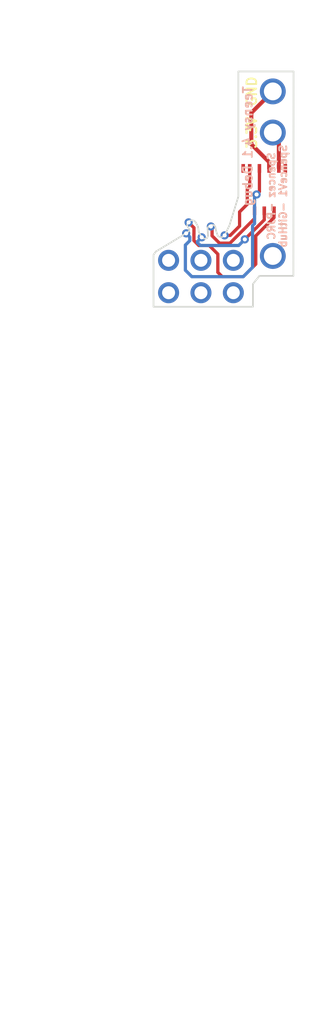
<source format=kicad_pcb>
(kicad_pcb (version 20221018) (generator pcbnew)
  (layers (0 "F.Cu" signal) (31 "B.Cu" signal) (34 "B.Paste" user) (35 "F.Paste" user) (36 "B.SilkS" user "B.Silkscreen") (37 "F.SilkS" user "F.Silkscreen") (38 "B.Mask" user) (39 "F.Mask" user) (44 "Edge.Cuts" user))
  (net 0 "")
  (net 1 "Net-(J2-Pad1)")
  (net 2 "Net-(J2-Pad2)")
  (net 3 "Net-(J2-Pad3)")
  (net 4 "Net-(J2-Pad4)")
  (net 5 "Net-(J2-Pad5)")
  (net 6 "Net-(J2-Pad6)")
  (net 7 "Net-(J2-Pad7)")
  (footprint "Via No Mask:Via 0.508 0.254 mm" (layer "F.Cu") (at 116.46 101.3)
    (fp_text reference "TP11" hide)
    (fp_text value "TDI")
    (pad "1" thru_hole circle (at 0.24 -1.15) (size 0.508 0.508) (drill 0.254) (layers "*.Cu" "*.Mask") (net 6 "Net-(J2-Pad6)"))
  )
  (footprint "Via No Mask:Via 0.508 0.254 mm" (layer "F.Cu") (at 116 101.94)
    (fp_text reference "TP10" hide)
    (fp_text value "TCK" hide)
    (pad "1" thru_hole circle (at 0.134312 -1.119953) (size 0.508 0.508) (drill 0.254) (layers "*.Cu" "*.Mask") (net 4 "Net-(J2-Pad4)"))
  )
  (footprint "teensy:Teensy41" (layer "F.Cu") (at 112.9064 118.4805 -90)
    (fp_text reference "U2" hide)
    (fp_text value "Teensy4.1" hide)
    (pad "43" thru_hole circle (at -16.51 -7.62 270) (size 1.6 1.6) (drill 1.1) (layers "*.Cu" "*.Mask"))
    (pad "46" thru_hole circle (at -24.13 -7.62 270) (size 1.6 1.6) (drill 1.1) (layers "*.Cu" "*.Mask") (net 1 "Net-(J2-Pad1)"))
    (pad "47" thru_hole circle (at -26.67 -7.62 270) (size 1.6 1.6) (drill 1.1) (layers "*.Cu" "*.Mask") (net 3 "Net-(J2-Pad3)"))
    (pad "60" thru_hole circle (at -16.24 -5.1816 270) (size 1.3 1.3) (drill 0.8) (layers "*.Cu" "*.Mask"))
    (pad "61" thru_hole circle (at -16.24 -3.1816 270) (size 1.3 1.3) (drill 0.8) (layers "*.Cu" "*.Mask"))
    (pad "62" thru_hole circle (at -16.24 -1.1816 270) (size 1.3 1.3) (drill 0.8) (layers "*.Cu" "*.Mask"))
    (pad "63" thru_hole circle (at -14.24 -1.1816 270) (size 1.3 1.3) (drill 0.8) (layers "*.Cu" "*.Mask"))
    (pad "64" thru_hole circle (at -14.24 -3.1816 270) (size 1.3 1.3) (drill 0.8) (layers "*.Cu" "*.Mask"))
    (pad "65" thru_hole circle (at -14.24 -5.1816 270) (size 1.3 1.3) (drill 0.8) (layers "*.Cu" "*.Mask"))
  )
  (footprint "504754-0700:5047540700" (layer "F.Cu") (at 120 97.895 180)
    (fp_text reference "J2" hide)
    (fp_text value "504754-0700" hide)
    (pad "1" smd rect (at -0.9 1.33 180) (size 0.22 0.54) (layers "F.Cu" "F.Paste" "F.Mask") (net 1 "Net-(J2-Pad1)"))
    (pad "2" smd rect (at -0.6 -1.285 180) (size 0.22 0.53) (layers "F.Cu" "F.Paste" "F.Mask") (net 2 "Net-(J2-Pad2)"))
    (pad "3" smd rect (at -0.3 1.33 180) (size 0.22 0.54) (layers "F.Cu" "F.Paste" "F.Mask") (net 3 "Net-(J2-Pad3)"))
    (pad "4" smd rect (at 0 -1.285 180) (size 0.22 0.53) (layers "F.Cu" "F.Paste" "F.Mask") (net 4 "Net-(J2-Pad4)"))
    (pad "5" smd rect (at 0.3 1.33 180) (size 0.22 0.54) (layers "F.Cu" "F.Paste" "F.Mask") (net 5 "Net-(J2-Pad5)"))
    (pad "6" smd rect (at 0.6 -1.285 180) (size 0.22 0.53) (layers "F.Cu" "F.Paste" "F.Mask") (net 6 "Net-(J2-Pad6)"))
    (pad "7" smd rect (at 0.9 1.33 180) (size 0.22 0.54) (layers "F.Cu" "F.Paste" "F.Mask") (net 7 "Net-(J2-Pad7)"))
    (pad "MP1" smd rect (at -1.3 1.33 180) (size 0.22 0.54) (layers "F.Cu" "F.Paste" "F.Mask"))
    (pad "MP2" smd rect (at 1.3 1.33 180) (size 0.22 0.54) (layers "F.Cu" "F.Paste" "F.Mask"))
  )
  (footprint "Via No Mask:Via 0.508 0.254 mm" (layer "F.Cu") (at 117.35 102.33)
    (fp_text reference "TP12" hide)
    (fp_text value "TDO" hide)
    (pad "1" thru_hole circle (at 0.2 -1.63) (size 0.508 0.508) (drill 0.254) (layers "*.Cu" "*.Mask") (net 7 "Net-(J2-Pad7)"))
  )
  (footprint "Via No Mask:Via 0.508 0.254 mm" (layer "F.Cu") (at 111.73 101.64)
    (fp_text reference "TP7" hide)
    (fp_text value "MOD" hide)
    (pad "1" thru_hole circle (at 3.445 -1.065) (size 0.508 0.508) (drill 0.254) (layers "*.Cu" "*.Mask") (net 5 "Net-(J2-Pad5)"))
  )
  (footprint "Via No Mask:Via 0.508 0.254 mm" (layer "F.Cu") (at 114.65 101.42)
    (fp_text reference "TP9" hide)
    (fp_text value "TMS" hide)
    (pad "1" thru_hole circle (at 0.675 -1.52) (size 0.508 0.508) (drill 0.254) (layers "*.Cu" "*.Mask") (net 2 "Net-(J2-Pad2)"))
  )
  (gr_line (start 113.157 105.1052) (end 113.157 101.9) (stroke (width 0.1016)) (layer "Edge.Cuts"))
  (gr_line (start 114.875 100.75) (end 113.3 101.7) (stroke (width 0.1016)) (layer "Edge.Cuts"))
  (gr_line (start 119.3 103.7) (end 119.7 103.2) (stroke (width 0.1016)) (layer "Edge.Cuts"))
  (gr_arc (start 115.358237 100.333472) (mid 115.357151 100.415771) (end 115.3 100.475) (stroke (width 0.1016)) (layer "Edge.Cuts"))
  (gr_line (start 119.3 105.1052) (end 119.3 103.7) (stroke (width 0.1016)) (layer "Edge.Cuts"))
  (gr_line (start 117.589803 100.625) (end 117.85 100.075) (stroke (width 0.1016)) (layer "Edge.Cuts"))
  (gr_line (start 118.4 90.58) (end 121.808 90.58) (stroke (width 0.1016)) (layer "Edge.Cuts"))
  (gr_line (start 115.925 100.25) (end 115.95 100.475) (stroke (width 0.1016)) (layer "Edge.Cuts"))
  (gr_line (start 116.35 100.9) (end 116.45 100.875) (stroke (width 0.1016)) (layer "Edge.Cuts"))
  (gr_line (start 115.95 100.475) (end 116.075 100.725) (stroke (width 0.1016)) (layer "Edge.Cuts"))
  (gr_arc (start 115.325886 100.25397) (mid 115.356943 99.819769) (end 115.779951 99.922524) (stroke (width 0.1016)) (layer "Edge.Cuts"))
  (gr_line (start 115.325886 100.25397) (end 115.358818 100.333251) (stroke (width 0.1016)) (layer "Edge.Cuts"))
  (gr_line (start 119.3 105.1052) (end 113.157 105.1052) (stroke (width 0.1016)) (layer "Edge.Cuts"))
  (gr_line (start 116.475 100.85) (end 116.525 100.725) (stroke (width 0.1016)) (layer "Edge.Cuts"))
  (gr_line (start 117.025 100.425) (end 117.125 100.725) (stroke (width 0.1016)) (layer "Edge.Cuts"))
  (gr_line (start 116.275 100.9) (end 116.35 100.9) (stroke (width 0.1016)) (layer "Edge.Cuts"))
  (gr_line (start 116.969307 100.1524) (end 117.025 100.425) (stroke (width 0.1016)) (layer "Edge.Cuts"))
  (gr_line (start 116.45 100.875) (end 116.475 100.85) (stroke (width 0.1016)) (layer "Edge.Cuts"))
  (gr_line (start 113.157 101.9) (end 113.3 101.7) (stroke (width 0.1016)) (layer "Edge.Cuts"))
  (gr_line (start 115.779951 99.922524) (end 115.9 100.15) (stroke (width 0.1016)) (layer "Edge.Cuts"))
  (gr_line (start 115.9 100.15) (end 115.925 100.25) (stroke (width 0.1016)) (layer "Edge.Cuts"))
  (gr_line (start 117.85 100.075) (end 118.4 98.3) (stroke (width 0.1016)) (layer "Edge.Cuts"))
  (gr_line (start 116.525 100.725) (end 116.500001 100.3) (stroke (width 0.1016)) (layer "Edge.Cuts"))
  (gr_line (start 121.8 103.2) (end 121.808 90.58) (stroke (width 0.1016)) (layer "Edge.Cuts"))
  (gr_line (start 116.075 100.725) (end 116.150001 100.8) (stroke (width 0.1016)) (layer "Edge.Cuts"))
  (gr_line (start 118.4 98.3) (end 118.4 90.58) (stroke (width 0.1016)) (layer "Edge.Cuts"))
  (gr_arc (start 116.500001 100.292438) (mid 116.687458 100.064254) (end 116.969307 100.1524) (stroke (width 0.1016)) (layer "Edge.Cuts"))
  (gr_line (start 116.150001 100.8) (end 116.275 100.9) (stroke (width 0.1016)) (layer "Edge.Cuts"))
  (gr_line (start 119.7 103.2) (end 121.8 103.2) (stroke (width 0.1016)) (layer "Edge.Cuts"))
  (gr_arc (start 117.589803 100.625) (mid 117.439997 100.784031) (end 117.221519 100.78444) (stroke (width 0.1016)) (layer "Edge.Cuts"))
  (gr_line (start 114.875 100.75) (end 115.3 100.475) (stroke (width 0.1016)) (layer "Edge.Cuts"))
  (gr_line (start 117.125 100.725) (end 117.221519 100.78444) (stroke (width 0.1016)) (layer "Edge.Cuts"))
  (gr_text "Spencez -PJRC\nSpenceV1 -GitHub" (at 121.425 98.275 90) (layer "B.SilkS") (effects (font (size 0.45 0.45) (thickness 0.1125) bold) (justify bottom mirror)))
  (gr_text "Teensy 4.1 Debug" (at 119.3 95.2 90) (layer "B.SilkS") (effects (font (size 0.55 0.55) (thickness 0.1125) bold) (justify bottom mirror)))
  (gr_text "3.3V" (at 119.58 94.3505 90) (layer "F.SilkS") (effects (font (size 0.6 0.6) (thickness 0.125) bold) (justify bottom)))
  (gr_text "GND" (at 119.58 91.8105 90) (layer "F.SilkS") (effects (font (size 0.6 0.6) (thickness 0.1125) bold) (justify bottom)))
  (segment (start 120.5264 94.3505) (end 120.9 94.7241) (width 0.25) (layer "F.Cu") (net 1))
  (segment (start 120.9 94.7241) (end 120.9 96.565) (width 0.25) (layer "F.Cu") (net 1))
  (segment (start 115.656 100.231) (end 115.656 100.618122) (width 0.2) (layer "F.Cu") (net 2))
  (segment (start 119.475 100.729426) (end 120.6 99.604426) (width 0.2) (layer "F.Cu") (net 2))
  (segment (start 115.959028 101.325) (end 116.6 101.325) (width 0.2) (layer "F.Cu") (net 2))
  (segment (start 115.653312 101.019284) (end 115.959028 101.325) (width 0.2) (layer "F.Cu") (net 2))
  (segment (start 116.6 101.325) (end 117.1315 101.8565) (width 0.2) (layer "F.Cu") (net 2))
  (segment (start 117.4 103.25) (end 118.7 103.25) (width 0.2) (layer "F.Cu") (net 2))
  (segment (start 120.6 99.604426) (end 120.6 99.18) (width 0.2) (layer "F.Cu") (net 2))
  (segment (start 115.656 100.618122) (end 115.653312 100.62081) (width 0.2) (layer "F.Cu") (net 2))
  (segment (start 118.7 103.25) (end 119.475 102.475) (width 0.2) (layer "F.Cu") (net 2))
  (segment (start 115.653312 100.62081) (end 115.653312 101.019284) (width 0.2) (layer "F.Cu") (net 2))
  (segment (start 117.1315 102.9815) (end 117.4 103.25) (width 0.2) (layer "F.Cu") (net 2))
  (segment (start 115.325 99.9) (end 115.656 100.231) (width 0.2) (layer "F.Cu") (net 2))
  (segment (start 117.1315 101.8565) (end 117.1315 102.9815) (width 0.2) (layer "F.Cu") (net 2))
  (segment (start 119.475 102.475) (end 119.475 100.729426) (width 0.2) (layer "F.Cu") (net 2))
  (segment (start 120.5264 91.8105) (end 119.2 93.1369) (width 0.25) (layer "F.Cu") (net 3))
  (segment (start 119.2 93.1369) (end 119.2 95.075) (width 0.25) (layer "F.Cu") (net 3))
  (segment (start 119.2 95.075) (end 120.3 96.175) (width 0.25) (layer "F.Cu") (net 3))
  (segment (start 120.3 96.175) (end 120.3 96.565) (width 0.25) (layer "F.Cu") (net 3))
  (segment (start 118.795989 100.945989) (end 120 99.741978) (width 0.2) (layer "F.Cu") (net 4))
  (segment (start 120 99.741978) (end 120 99.18) (width 0.2) (layer "F.Cu") (net 4))
  (via (at 118.795989 100.945989) (size 0.508) (drill 0.254) (layers "F.Cu" "B.Cu") (net 4))
  (segment (start 115.875 101.15) (end 116.05 101.325) (width 0.2) (layer "B.Cu") (net 4))
  (segment (start 115.875 101.079359) (end 115.875 101.15) (width 0.2) (layer "B.Cu") (net 4))
  (segment (start 116.134312 100.820047) (end 115.875 101.079359) (width 0.2) (layer "B.Cu") (net 4))
  (segment (start 116.05 101.325) (end 118.416978 101.325) (width 0.2) (layer "B.Cu") (net 4))
  (segment (start 118.416978 101.325) (end 118.795989 100.945989) (width 0.2) (layer "B.Cu") (net 4))
  (segment (start 119.7 96.565) (end 119.7 98) (width 0.2) (layer "F.Cu") (net 5))
  (segment (start 119.7 98) (end 119.525 98.175) (width 0.2) (layer "F.Cu") (net 5))
  (via (at 119.525 98.175) (size 0.508) (drill 0.254) (layers "F.Cu" "B.Cu") (net 5))
  (segment (start 115.175 100.575) (end 115.4 100.8) (width 0.2) (layer "B.Cu") (net 5))
  (segment (start 115.525 103.25) (end 118.7 103.25) (width 0.2) (layer "B.Cu") (net 5))
  (segment (start 119.4 98.3) (end 119.525 98.175) (width 0.2) (layer "B.Cu") (net 5))
  (segment (start 115.4 100.8) (end 115.4 101.025) (width 0.2) (layer "B.Cu") (net 5))
  (segment (start 115.4 101.025) (end 115.125 101.3) (width 0.2) (layer "B.Cu") (net 5))
  (segment (start 119.276989 102.673011) (end 119.276989 100.098011) (width 0.2) (layer "B.Cu") (net 5))
  (segment (start 118.7 103.25) (end 119.276989 102.673011) (width 0.2) (layer "B.Cu") (net 5))
  (segment (start 119.276989 100.098011) (end 119.4 99.975) (width 0.2) (layer "B.Cu") (net 5))
  (segment (start 115.125 101.3) (end 115.125 102.85) (width 0.2) (layer "B.Cu") (net 5))
  (segment (start 115.125 102.85) (end 115.525 103.25) (width 0.2) (layer "B.Cu") (net 5))
  (segment (start 119.4 99.975) (end 119.4 98.3) (width 0.2) (layer "B.Cu") (net 5))
  (segment (start 119.4 99.662448) (end 119.4 99.18) (width 0.2) (layer "F.Cu") (net 6))
  (segment (start 116.7 100.15) (end 116.775 100.225) (width 0.2) (layer "F.Cu") (net 6))
  (segment (start 117.231 101.181) (end 117.881448 101.181) (width 0.2) (layer "F.Cu") (net 6))
  (segment (start 116.775 100.725) (end 117.231 101.181) (width 0.2) (layer "F.Cu") (net 6))
  (segment (start 116.775 100.225) (end 116.775 100.725) (width 0.2) (layer "F.Cu") (net 6))
  (segment (start 117.881448 101.181) (end 119.4 99.662448) (width 0.2) (layer "F.Cu") (net 6))
  (segment (start 118.95 98.775) (end 118.475 99.25) (width 0.2) (layer "F.Cu") (net 7))
  (segment (start 118.475 100.125) (end 117.9 100.7) (width 0.2) (layer "F.Cu") (net 7))
  (segment (start 119.1 97.7) (end 118.95 97.85) (width 0.2) (layer "F.Cu") (net 7))
  (segment (start 119.1 96.565) (end 119.1 97.7) (width 0.2) (layer "F.Cu") (net 7))
  (segment (start 118.475 99.25) (end 118.475 100.125) (width 0.2) (layer "F.Cu") (net 7))
  (segment (start 117.9 100.7) (end 117.55 100.7) (width 0.2) (layer "F.Cu") (net 7))
  (segment (start 118.95 97.85) (end 118.95 98.775) (width 0.2) (layer "F.Cu") (net 7))
)
</source>
